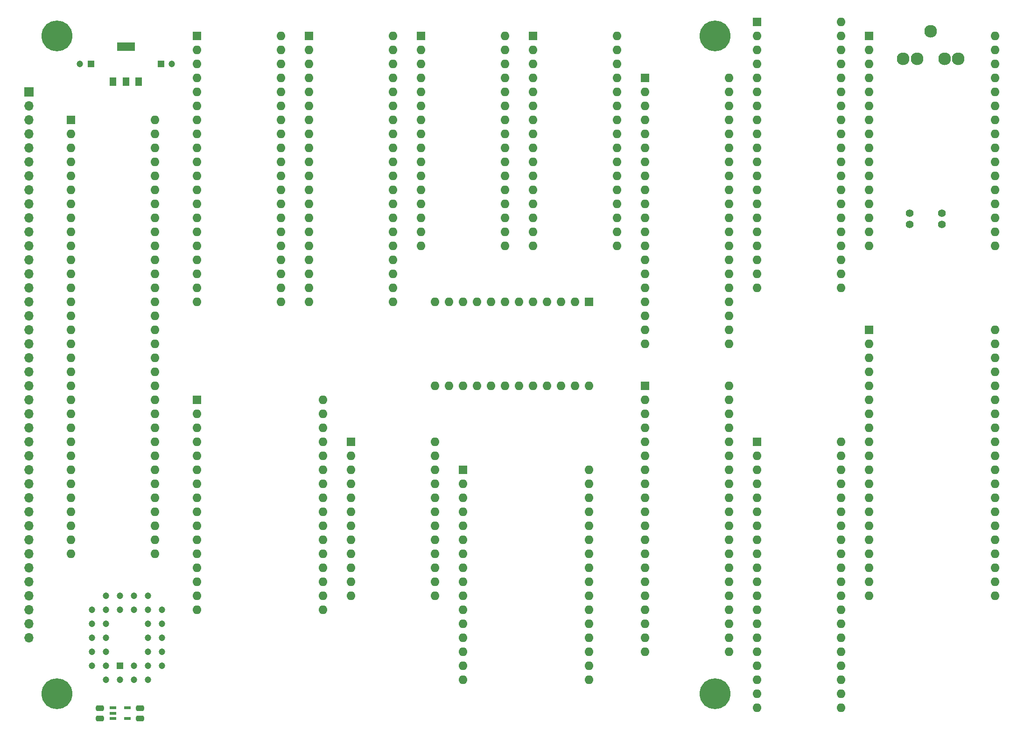
<source format=gbr>
%TF.GenerationSoftware,KiCad,Pcbnew,7.0.5*%
%TF.CreationDate,2023-12-16T11:17:31+02:00*%
%TF.ProjectId,Sound Board,536f756e-6420-4426-9f61-72642e6b6963,rev?*%
%TF.SameCoordinates,Original*%
%TF.FileFunction,Soldermask,Top*%
%TF.FilePolarity,Negative*%
%FSLAX46Y46*%
G04 Gerber Fmt 4.6, Leading zero omitted, Abs format (unit mm)*
G04 Created by KiCad (PCBNEW 7.0.5) date 2023-12-16 11:17:31*
%MOMM*%
%LPD*%
G01*
G04 APERTURE LIST*
G04 Aperture macros list*
%AMRoundRect*
0 Rectangle with rounded corners*
0 $1 Rounding radius*
0 $2 $3 $4 $5 $6 $7 $8 $9 X,Y pos of 4 corners*
0 Add a 4 corners polygon primitive as box body*
4,1,4,$2,$3,$4,$5,$6,$7,$8,$9,$2,$3,0*
0 Add four circle primitives for the rounded corners*
1,1,$1+$1,$2,$3*
1,1,$1+$1,$4,$5*
1,1,$1+$1,$6,$7*
1,1,$1+$1,$8,$9*
0 Add four rect primitives between the rounded corners*
20,1,$1+$1,$2,$3,$4,$5,0*
20,1,$1+$1,$4,$5,$6,$7,0*
20,1,$1+$1,$6,$7,$8,$9,0*
20,1,$1+$1,$8,$9,$2,$3,0*%
G04 Aperture macros list end*
%ADD10R,1.600000X1.600000*%
%ADD11O,1.600000X1.600000*%
%ADD12R,1.200000X1.500000*%
%ADD13R,3.300000X1.500000*%
%ADD14C,5.600000*%
%ADD15RoundRect,0.250000X0.475000X-0.250000X0.475000X0.250000X-0.475000X0.250000X-0.475000X-0.250000X0*%
%ADD16C,2.300000*%
%ADD17C,1.400000*%
%ADD18R,1.200000X1.200000*%
%ADD19C,1.200000*%
%ADD20R,1.150000X0.600000*%
%ADD21R,1.700000X1.700000*%
%ADD22O,1.700000X1.700000*%
G04 APERTURE END LIST*
D10*
%TO.C,B13*%
X104140000Y-114300000D03*
D11*
X104140000Y-116840000D03*
X104140000Y-119380000D03*
X104140000Y-121920000D03*
X104140000Y-124460000D03*
X104140000Y-127000000D03*
X104140000Y-129540000D03*
X104140000Y-132080000D03*
X104140000Y-134620000D03*
X104140000Y-137160000D03*
X104140000Y-139700000D03*
X104140000Y-142240000D03*
X104140000Y-144780000D03*
X104140000Y-147320000D03*
X104140000Y-149860000D03*
X104140000Y-152400000D03*
X127000000Y-152400000D03*
X127000000Y-149860000D03*
X127000000Y-147320000D03*
X127000000Y-144780000D03*
X127000000Y-142240000D03*
X127000000Y-139700000D03*
X127000000Y-137160000D03*
X127000000Y-134620000D03*
X127000000Y-132080000D03*
X127000000Y-129540000D03*
X127000000Y-127000000D03*
X127000000Y-124460000D03*
X127000000Y-121920000D03*
X127000000Y-119380000D03*
X127000000Y-116840000D03*
X127000000Y-114300000D03*
%TD*%
D12*
%TO.C,IC3*%
X40658000Y-43840000D03*
X42958000Y-43840000D03*
X45258000Y-43840000D03*
D13*
X42958000Y-37440000D03*
%TD*%
D14*
%TO.C,H4*%
X149860000Y-35560000D03*
%TD*%
D15*
%TO.C,C1*%
X38287000Y-159425000D03*
X38287000Y-157525000D03*
%TD*%
D10*
%TO.C,B6*%
X157480000Y-109220000D03*
D11*
X157480000Y-111760000D03*
X157480000Y-114300000D03*
X157480000Y-116840000D03*
X157480000Y-119380000D03*
X157480000Y-121920000D03*
X157480000Y-124460000D03*
X157480000Y-127000000D03*
X157480000Y-129540000D03*
X157480000Y-132080000D03*
X157480000Y-134620000D03*
X157480000Y-137160000D03*
X157480000Y-139700000D03*
X157480000Y-142240000D03*
X157480000Y-144780000D03*
X157480000Y-147320000D03*
X157480000Y-149860000D03*
X157480000Y-152400000D03*
X157480000Y-154940000D03*
X157480000Y-157480000D03*
X172720000Y-157480000D03*
X172720000Y-154940000D03*
X172720000Y-152400000D03*
X172720000Y-149860000D03*
X172720000Y-147320000D03*
X172720000Y-144780000D03*
X172720000Y-142240000D03*
X172720000Y-139700000D03*
X172720000Y-137160000D03*
X172720000Y-134620000D03*
X172720000Y-132080000D03*
X172720000Y-129540000D03*
X172720000Y-127000000D03*
X172720000Y-124460000D03*
X172720000Y-121920000D03*
X172720000Y-119380000D03*
X172720000Y-116840000D03*
X172720000Y-114300000D03*
X172720000Y-111760000D03*
X172720000Y-109220000D03*
%TD*%
D10*
%TO.C,B16*%
X33020000Y-50800000D03*
D11*
X33020000Y-53340000D03*
X33020000Y-55880000D03*
X33020000Y-58420000D03*
X33020000Y-60960000D03*
X33020000Y-63500000D03*
X33020000Y-66040000D03*
X33020000Y-68580000D03*
X33020000Y-71120000D03*
X33020000Y-73660000D03*
X33020000Y-76200000D03*
X33020000Y-78740000D03*
X33020000Y-81280000D03*
X33020000Y-83820000D03*
X33020000Y-86360000D03*
X33020000Y-88900000D03*
X33020000Y-91440000D03*
X33020000Y-93980000D03*
X33020000Y-96520000D03*
X33020000Y-99060000D03*
X33020000Y-101600000D03*
X33020000Y-104140000D03*
X33020000Y-106680000D03*
X33020000Y-109220000D03*
X33020000Y-111760000D03*
X33020000Y-114300000D03*
X33020000Y-116840000D03*
X33020000Y-119380000D03*
X33020000Y-121920000D03*
X33020000Y-124460000D03*
X33020000Y-127000000D03*
X33020000Y-129540000D03*
X48260000Y-129540000D03*
X48260000Y-127000000D03*
X48260000Y-124460000D03*
X48260000Y-121920000D03*
X48260000Y-119380000D03*
X48260000Y-116840000D03*
X48260000Y-114300000D03*
X48260000Y-111760000D03*
X48260000Y-109220000D03*
X48260000Y-106680000D03*
X48260000Y-104140000D03*
X48260000Y-101600000D03*
X48260000Y-99060000D03*
X48260000Y-96520000D03*
X48260000Y-93980000D03*
X48260000Y-91440000D03*
X48260000Y-88900000D03*
X48260000Y-86360000D03*
X48260000Y-83820000D03*
X48260000Y-81280000D03*
X48260000Y-78740000D03*
X48260000Y-76200000D03*
X48260000Y-73660000D03*
X48260000Y-71120000D03*
X48260000Y-68580000D03*
X48260000Y-66040000D03*
X48260000Y-63500000D03*
X48260000Y-60960000D03*
X48260000Y-58420000D03*
X48260000Y-55880000D03*
X48260000Y-53340000D03*
X48260000Y-50800000D03*
%TD*%
D10*
%TO.C,B2*%
X76200000Y-35560000D03*
D11*
X76200000Y-38100000D03*
X76200000Y-40640000D03*
X76200000Y-43180000D03*
X76200000Y-45720000D03*
X76200000Y-48260000D03*
X76200000Y-50800000D03*
X76200000Y-53340000D03*
X76200000Y-55880000D03*
X76200000Y-58420000D03*
X76200000Y-60960000D03*
X76200000Y-63500000D03*
X76200000Y-66040000D03*
X76200000Y-68580000D03*
X76200000Y-71120000D03*
X76200000Y-73660000D03*
X76200000Y-76200000D03*
X76200000Y-78740000D03*
X76200000Y-81280000D03*
X76200000Y-83820000D03*
X91440000Y-83820000D03*
X91440000Y-81280000D03*
X91440000Y-78740000D03*
X91440000Y-76200000D03*
X91440000Y-73660000D03*
X91440000Y-71120000D03*
X91440000Y-68580000D03*
X91440000Y-66040000D03*
X91440000Y-63500000D03*
X91440000Y-60960000D03*
X91440000Y-58420000D03*
X91440000Y-55880000D03*
X91440000Y-53340000D03*
X91440000Y-50800000D03*
X91440000Y-48260000D03*
X91440000Y-45720000D03*
X91440000Y-43180000D03*
X91440000Y-40640000D03*
X91440000Y-38100000D03*
X91440000Y-35560000D03*
%TD*%
D10*
%TO.C,B10*%
X83820000Y-109220000D03*
D11*
X83820000Y-111760000D03*
X83820000Y-114300000D03*
X83820000Y-116840000D03*
X83820000Y-119380000D03*
X83820000Y-121920000D03*
X83820000Y-124460000D03*
X83820000Y-127000000D03*
X83820000Y-129540000D03*
X83820000Y-132080000D03*
X83820000Y-134620000D03*
X83820000Y-137160000D03*
X99060000Y-137160000D03*
X99060000Y-134620000D03*
X99060000Y-132080000D03*
X99060000Y-129540000D03*
X99060000Y-127000000D03*
X99060000Y-124460000D03*
X99060000Y-121920000D03*
X99060000Y-119380000D03*
X99060000Y-116840000D03*
X99060000Y-114300000D03*
X99060000Y-111760000D03*
X99060000Y-109220000D03*
%TD*%
D16*
%TO.C,B9*%
X183976000Y-39679000D03*
D17*
X185166000Y-67723000D03*
X185166000Y-69723000D03*
D16*
X186476000Y-39679000D03*
X188976000Y-34679000D03*
D17*
X191008000Y-67723000D03*
X191008000Y-69723000D03*
D16*
X191476000Y-39679000D03*
X193976000Y-39679000D03*
D10*
X177800000Y-35560000D03*
D11*
X177800000Y-38100000D03*
X177800000Y-40640000D03*
X177800000Y-43180000D03*
X177800000Y-45720000D03*
X177800000Y-48260000D03*
X177800000Y-50800000D03*
X177800000Y-53340000D03*
X177800000Y-55880000D03*
X177800000Y-58420000D03*
X177800000Y-60960000D03*
X177800000Y-63500000D03*
X177800000Y-66040000D03*
X177800000Y-68580000D03*
X177800000Y-71120000D03*
X177800000Y-73660000D03*
X200660000Y-73660000D03*
X200660000Y-71120000D03*
X200660000Y-68580000D03*
X200660000Y-66040000D03*
X200660000Y-63500000D03*
X200660000Y-60960000D03*
X200660000Y-58420000D03*
X200660000Y-55880000D03*
X200660000Y-53340000D03*
X200660000Y-50800000D03*
X200660000Y-48260000D03*
X200660000Y-45720000D03*
X200660000Y-43180000D03*
X200660000Y-40640000D03*
X200660000Y-38100000D03*
X200660000Y-35560000D03*
%TD*%
D10*
%TO.C,B8*%
X55880000Y-101600000D03*
D11*
X55880000Y-104140000D03*
X55880000Y-106680000D03*
X55880000Y-109220000D03*
X55880000Y-111760000D03*
X55880000Y-114300000D03*
X55880000Y-116840000D03*
X55880000Y-119380000D03*
X55880000Y-121920000D03*
X55880000Y-124460000D03*
X55880000Y-127000000D03*
X55880000Y-129540000D03*
X55880000Y-132080000D03*
X55880000Y-134620000D03*
X55880000Y-137160000D03*
X55880000Y-139700000D03*
X78740000Y-139700000D03*
X78740000Y-137160000D03*
X78740000Y-134620000D03*
X78740000Y-132080000D03*
X78740000Y-129540000D03*
X78740000Y-127000000D03*
X78740000Y-124460000D03*
X78740000Y-121920000D03*
X78740000Y-119380000D03*
X78740000Y-116840000D03*
X78740000Y-114300000D03*
X78740000Y-111760000D03*
X78740000Y-109220000D03*
X78740000Y-106680000D03*
X78740000Y-104140000D03*
X78740000Y-101600000D03*
%TD*%
D18*
%TO.C,C4*%
X49308000Y-40640000D03*
D19*
X51308000Y-40640000D03*
%TD*%
D10*
%TO.C,B1*%
X177800000Y-88900000D03*
D11*
X177800000Y-91440000D03*
X177800000Y-93980000D03*
X177800000Y-96520000D03*
X177800000Y-99060000D03*
X177800000Y-101600000D03*
X177800000Y-104140000D03*
X177800000Y-106680000D03*
X177800000Y-109220000D03*
X177800000Y-111760000D03*
X177800000Y-114300000D03*
X177800000Y-116840000D03*
X177800000Y-119380000D03*
X177800000Y-121920000D03*
X177800000Y-124460000D03*
X177800000Y-127000000D03*
X177800000Y-129540000D03*
X177800000Y-132080000D03*
X177800000Y-134620000D03*
X177800000Y-137160000D03*
X200660000Y-137160000D03*
X200660000Y-134620000D03*
X200660000Y-132080000D03*
X200660000Y-129540000D03*
X200660000Y-127000000D03*
X200660000Y-124460000D03*
X200660000Y-121920000D03*
X200660000Y-119380000D03*
X200660000Y-116840000D03*
X200660000Y-114300000D03*
X200660000Y-111760000D03*
X200660000Y-109220000D03*
X200660000Y-106680000D03*
X200660000Y-104140000D03*
X200660000Y-101600000D03*
X200660000Y-99060000D03*
X200660000Y-96520000D03*
X200660000Y-93980000D03*
X200660000Y-91440000D03*
X200660000Y-88900000D03*
%TD*%
D20*
%TO.C,IC2*%
X40640000Y-157480000D03*
X40640000Y-158430000D03*
X40640000Y-159380000D03*
X43240000Y-159380000D03*
X43240000Y-157480000D03*
%TD*%
D10*
%TO.C,B3*%
X137160000Y-43180000D03*
D11*
X137160000Y-45720000D03*
X137160000Y-48260000D03*
X137160000Y-50800000D03*
X137160000Y-53340000D03*
X137160000Y-55880000D03*
X137160000Y-58420000D03*
X137160000Y-60960000D03*
X137160000Y-63500000D03*
X137160000Y-66040000D03*
X137160000Y-68580000D03*
X137160000Y-71120000D03*
X137160000Y-73660000D03*
X137160000Y-76200000D03*
X137160000Y-78740000D03*
X137160000Y-81280000D03*
X137160000Y-83820000D03*
X137160000Y-86360000D03*
X137160000Y-88900000D03*
X137160000Y-91440000D03*
X152400000Y-91440000D03*
X152400000Y-88900000D03*
X152400000Y-86360000D03*
X152400000Y-83820000D03*
X152400000Y-81280000D03*
X152400000Y-78740000D03*
X152400000Y-76200000D03*
X152400000Y-73660000D03*
X152400000Y-71120000D03*
X152400000Y-68580000D03*
X152400000Y-66040000D03*
X152400000Y-63500000D03*
X152400000Y-60960000D03*
X152400000Y-58420000D03*
X152400000Y-55880000D03*
X152400000Y-53340000D03*
X152400000Y-50800000D03*
X152400000Y-48260000D03*
X152400000Y-45720000D03*
X152400000Y-43180000D03*
%TD*%
D15*
%TO.C,C2*%
X45526000Y-159425000D03*
X45526000Y-157525000D03*
%TD*%
D10*
%TO.C,B15*%
X116840000Y-35560000D03*
D11*
X116840000Y-38100000D03*
X116840000Y-40640000D03*
X116840000Y-43180000D03*
X116840000Y-45720000D03*
X116840000Y-48260000D03*
X116840000Y-50800000D03*
X116840000Y-53340000D03*
X116840000Y-55880000D03*
X116840000Y-58420000D03*
X116840000Y-60960000D03*
X116840000Y-63500000D03*
X116840000Y-66040000D03*
X116840000Y-68580000D03*
X116840000Y-71120000D03*
X116840000Y-73660000D03*
X132080000Y-73660000D03*
X132080000Y-71120000D03*
X132080000Y-68580000D03*
X132080000Y-66040000D03*
X132080000Y-63500000D03*
X132080000Y-60960000D03*
X132080000Y-58420000D03*
X132080000Y-55880000D03*
X132080000Y-53340000D03*
X132080000Y-50800000D03*
X132080000Y-48260000D03*
X132080000Y-45720000D03*
X132080000Y-43180000D03*
X132080000Y-40640000D03*
X132080000Y-38100000D03*
X132080000Y-35560000D03*
%TD*%
D10*
%TO.C,B12*%
X127000000Y-83820000D03*
D11*
X124460000Y-83820000D03*
X121920000Y-83820000D03*
X119380000Y-83820000D03*
X116840000Y-83820000D03*
X114300000Y-83820000D03*
X111760000Y-83820000D03*
X109220000Y-83820000D03*
X106680000Y-83820000D03*
X104140000Y-83820000D03*
X101600000Y-83820000D03*
X99060000Y-83820000D03*
X99060000Y-99060000D03*
X101600000Y-99060000D03*
X104140000Y-99060000D03*
X106680000Y-99060000D03*
X109220000Y-99060000D03*
X111760000Y-99060000D03*
X114300000Y-99060000D03*
X116840000Y-99060000D03*
X119380000Y-99060000D03*
X121920000Y-99060000D03*
X124460000Y-99060000D03*
X127000000Y-99060000D03*
%TD*%
D10*
%TO.C,B7*%
X55880000Y-35560000D03*
D11*
X55880000Y-38100000D03*
X55880000Y-40640000D03*
X55880000Y-43180000D03*
X55880000Y-45720000D03*
X55880000Y-48260000D03*
X55880000Y-50800000D03*
X55880000Y-53340000D03*
X55880000Y-55880000D03*
X55880000Y-58420000D03*
X55880000Y-60960000D03*
X55880000Y-63500000D03*
X55880000Y-66040000D03*
X55880000Y-68580000D03*
X55880000Y-71120000D03*
X55880000Y-73660000D03*
X55880000Y-76200000D03*
X55880000Y-78740000D03*
X55880000Y-81280000D03*
X55880000Y-83820000D03*
X71120000Y-83820000D03*
X71120000Y-81280000D03*
X71120000Y-78740000D03*
X71120000Y-76200000D03*
X71120000Y-73660000D03*
X71120000Y-71120000D03*
X71120000Y-68580000D03*
X71120000Y-66040000D03*
X71120000Y-63500000D03*
X71120000Y-60960000D03*
X71120000Y-58420000D03*
X71120000Y-55880000D03*
X71120000Y-53340000D03*
X71120000Y-50800000D03*
X71120000Y-48260000D03*
X71120000Y-45720000D03*
X71120000Y-43180000D03*
X71120000Y-40640000D03*
X71120000Y-38100000D03*
X71120000Y-35560000D03*
%TD*%
D10*
%TO.C,B11*%
X96520000Y-35560000D03*
D11*
X96520000Y-38100000D03*
X96520000Y-40640000D03*
X96520000Y-43180000D03*
X96520000Y-45720000D03*
X96520000Y-48260000D03*
X96520000Y-50800000D03*
X96520000Y-53340000D03*
X96520000Y-55880000D03*
X96520000Y-58420000D03*
X96520000Y-60960000D03*
X96520000Y-63500000D03*
X96520000Y-66040000D03*
X96520000Y-68580000D03*
X96520000Y-71120000D03*
X96520000Y-73660000D03*
X111760000Y-73660000D03*
X111760000Y-71120000D03*
X111760000Y-68580000D03*
X111760000Y-66040000D03*
X111760000Y-63500000D03*
X111760000Y-60960000D03*
X111760000Y-58420000D03*
X111760000Y-55880000D03*
X111760000Y-53340000D03*
X111760000Y-50800000D03*
X111760000Y-48260000D03*
X111760000Y-45720000D03*
X111760000Y-43180000D03*
X111760000Y-40640000D03*
X111760000Y-38100000D03*
X111760000Y-35560000D03*
%TD*%
D10*
%TO.C,B4*%
X157480000Y-33020000D03*
D11*
X157480000Y-35560000D03*
X157480000Y-38100000D03*
X157480000Y-40640000D03*
X157480000Y-43180000D03*
X157480000Y-45720000D03*
X157480000Y-48260000D03*
X157480000Y-50800000D03*
X157480000Y-53340000D03*
X157480000Y-55880000D03*
X157480000Y-58420000D03*
X157480000Y-60960000D03*
X157480000Y-63500000D03*
X157480000Y-66040000D03*
X157480000Y-68580000D03*
X157480000Y-71120000D03*
X157480000Y-73660000D03*
X157480000Y-76200000D03*
X157480000Y-78740000D03*
X157480000Y-81280000D03*
X172720000Y-81280000D03*
X172720000Y-78740000D03*
X172720000Y-76200000D03*
X172720000Y-73660000D03*
X172720000Y-71120000D03*
X172720000Y-68580000D03*
X172720000Y-66040000D03*
X172720000Y-63500000D03*
X172720000Y-60960000D03*
X172720000Y-58420000D03*
X172720000Y-55880000D03*
X172720000Y-53340000D03*
X172720000Y-50800000D03*
X172720000Y-48260000D03*
X172720000Y-45720000D03*
X172720000Y-43180000D03*
X172720000Y-40640000D03*
X172720000Y-38100000D03*
X172720000Y-35560000D03*
X172720000Y-33020000D03*
%TD*%
D18*
%TO.C,C3*%
X36608000Y-40640000D03*
D19*
X34608000Y-40640000D03*
%TD*%
D18*
%TO.C,IC1*%
X41910000Y-149860000D03*
D19*
X44450000Y-152400000D03*
X44450000Y-149860000D03*
X46990000Y-152400000D03*
X49530000Y-149860000D03*
X46990000Y-149860000D03*
X49530000Y-147320000D03*
X46990000Y-147320000D03*
X49530000Y-144780000D03*
X46990000Y-144780000D03*
X49530000Y-142240000D03*
X46990000Y-142240000D03*
X49530000Y-139700000D03*
X46990000Y-137160000D03*
X46990000Y-139700000D03*
X44450000Y-137160000D03*
X44450000Y-139700000D03*
X41910000Y-137160000D03*
X41910000Y-139700000D03*
X39370000Y-137160000D03*
X36830000Y-139700000D03*
X39370000Y-139700000D03*
X36830000Y-142240000D03*
X39370000Y-142240000D03*
X36830000Y-144780000D03*
X39370000Y-144780000D03*
X36830000Y-147320000D03*
X39370000Y-147320000D03*
X36830000Y-149860000D03*
X39370000Y-152400000D03*
X39370000Y-149860000D03*
X41910000Y-152400000D03*
%TD*%
D10*
%TO.C,B5*%
X137160000Y-99060000D03*
D11*
X137160000Y-101600000D03*
X137160000Y-104140000D03*
X137160000Y-106680000D03*
X137160000Y-109220000D03*
X137160000Y-111760000D03*
X137160000Y-114300000D03*
X137160000Y-116840000D03*
X137160000Y-119380000D03*
X137160000Y-121920000D03*
X137160000Y-124460000D03*
X137160000Y-127000000D03*
X137160000Y-129540000D03*
X137160000Y-132080000D03*
X137160000Y-134620000D03*
X137160000Y-137160000D03*
X137160000Y-139700000D03*
X137160000Y-142240000D03*
X137160000Y-144780000D03*
X137160000Y-147320000D03*
X152400000Y-147320000D03*
X152400000Y-144780000D03*
X152400000Y-142240000D03*
X152400000Y-139700000D03*
X152400000Y-137160000D03*
X152400000Y-134620000D03*
X152400000Y-132080000D03*
X152400000Y-129540000D03*
X152400000Y-127000000D03*
X152400000Y-124460000D03*
X152400000Y-121920000D03*
X152400000Y-119380000D03*
X152400000Y-116840000D03*
X152400000Y-114300000D03*
X152400000Y-111760000D03*
X152400000Y-109220000D03*
X152400000Y-106680000D03*
X152400000Y-104140000D03*
X152400000Y-101600000D03*
X152400000Y-99060000D03*
%TD*%
D14*
%TO.C,H2*%
X30480000Y-154940000D03*
%TD*%
%TO.C,H3*%
X149860000Y-154940000D03*
%TD*%
%TO.C,H1*%
X30480000Y-35560000D03*
%TD*%
D21*
%TO.C,J1*%
X25400000Y-45720000D03*
D22*
X25400000Y-48260000D03*
X25400000Y-50800000D03*
X25400000Y-53340000D03*
X25400000Y-55880000D03*
X25400000Y-58420000D03*
X25400000Y-60960000D03*
X25400000Y-63500000D03*
X25400000Y-66040000D03*
X25400000Y-68580000D03*
X25400000Y-71120000D03*
X25400000Y-73660000D03*
X25400000Y-76200000D03*
X25400000Y-78740000D03*
X25400000Y-81280000D03*
X25400000Y-83820000D03*
X25400000Y-86360000D03*
X25400000Y-88900000D03*
X25400000Y-91440000D03*
X25400000Y-93980000D03*
X25400000Y-96520000D03*
X25400000Y-99060000D03*
X25400000Y-101600000D03*
X25400000Y-104140000D03*
X25400000Y-106680000D03*
X25400000Y-109220000D03*
X25400000Y-111760000D03*
X25400000Y-114300000D03*
X25400000Y-116840000D03*
X25400000Y-119380000D03*
X25400000Y-121920000D03*
X25400000Y-124460000D03*
X25400000Y-127000000D03*
X25400000Y-129540000D03*
X25400000Y-132080000D03*
X25400000Y-134620000D03*
X25400000Y-137160000D03*
X25400000Y-139700000D03*
X25400000Y-142240000D03*
X25400000Y-144780000D03*
%TD*%
M02*

</source>
